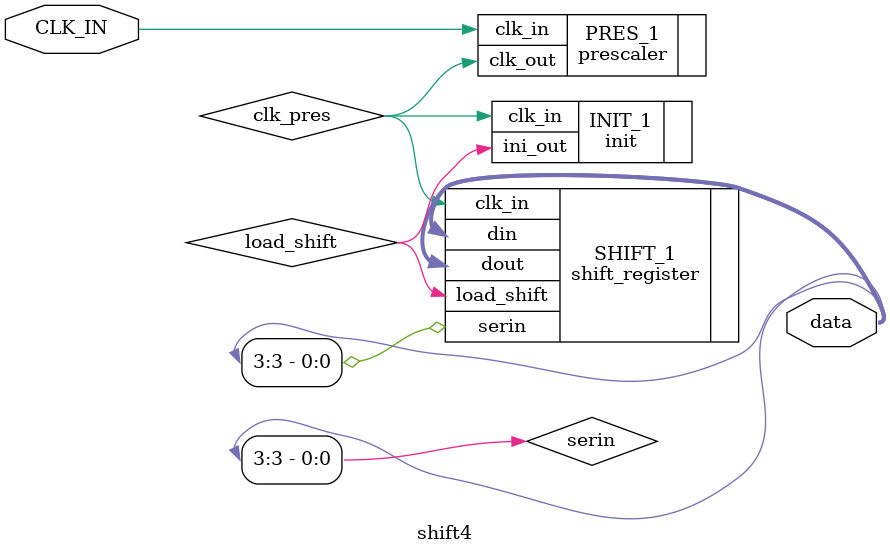
<source format=v>
module shift4 (
    input wire CLK_IN,
    output wire [3:0] data
);

parameter NP = 23;
parameter initial_value = 5;
wire clk_pres;
wire load_shift;
wire serin;

// prescaler
prescaler #(.N(NP)) PRES_1 (
    .clk_in(CLK_IN),
    .clk_out(clk_pres)
);

// initialiser
init INIT_1 (
    .clk_in(clk_pres),
    .ini_out(load_shift)
);

// shift register
shift_register #(.value(initial_value)) SHIFT_1 (
    .clk_in(clk_pres),
    .load_shift(load_shift),
    .serin(serin),
    .din(data),
    .dout(data)
);

// connect data output to serial input
assign serin = data[3];

endmodule

</source>
